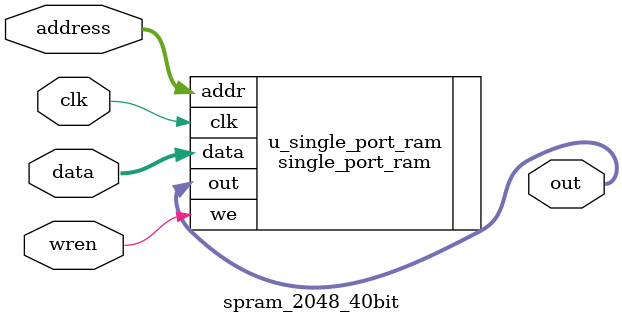
<source format=v>
module spram_2048_40bit (
    clk,
    address,
    wren,
    data,
    out
);
parameter AWIDTH=11;
parameter NUM_WORDS=2048;
parameter DWIDTH=40;
input clk;
input [(AWIDTH-1):0] address;
input  wren;
input [(DWIDTH-1):0] data;
output reg [(DWIDTH-1):0] out;

`ifdef SIMULATION_MEMORY

reg [DWIDTH-1:0] ram[NUM_WORDS-1:0];
always @ (posedge clk) begin 
  if (wren) begin
      ram[address] <= data;
  end
  else begin
      out <= ram[address];
  end
end
  
`else

defparam u_single_port_ram.ADDR_WIDTH = AWIDTH;
defparam u_single_port_ram.DATA_WIDTH = DWIDTH;

single_port_ram u_single_port_ram(
.addr(address),
.we(wren),
.data(data),
.out(out),
.clk(clk)
);

`endif

endmodule


</source>
